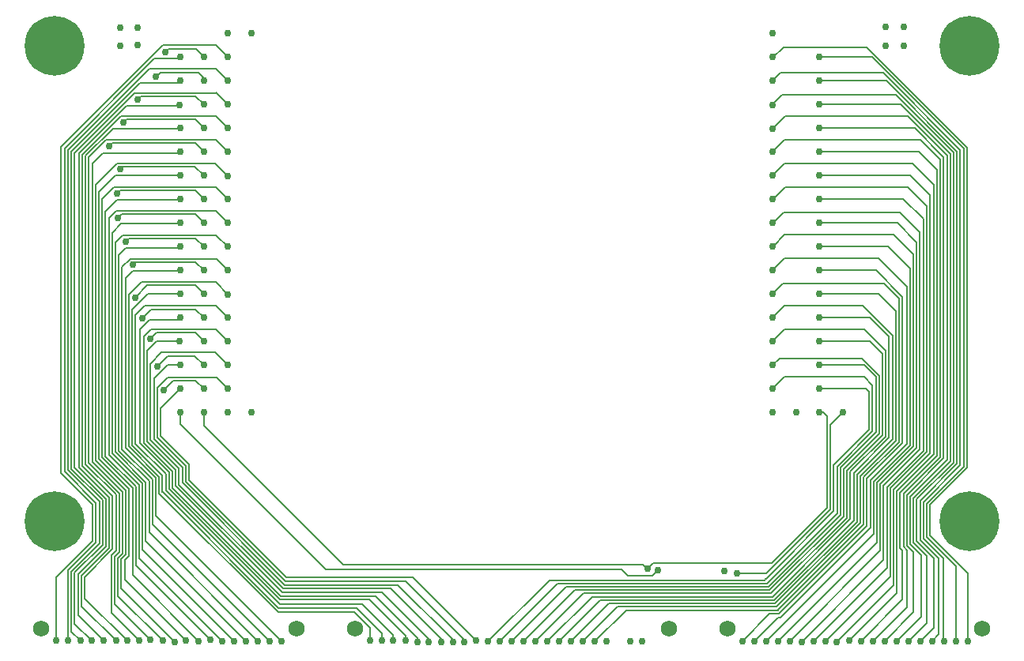
<source format=gbl>
G04 #@! TF.FileFunction,Copper,L4,Bot,Signal*
%FSLAX46Y46*%
G04 Gerber Fmt 4.6, Leading zero omitted, Abs format (unit mm)*
G04 Created by KiCad (PCBNEW 4.0.1-stable) date 2017-04-27 9:53:12 AM*
%MOMM*%
G01*
G04 APERTURE LIST*
%ADD10C,0.150000*%
%ADD11C,1.750000*%
%ADD12C,6.400000*%
%ADD13C,0.762000*%
%ADD14C,0.177800*%
G04 APERTURE END LIST*
D10*
D11*
X49619100Y-143480000D03*
X76924100Y-143480000D03*
D12*
X149000000Y-81000000D03*
X51000000Y-81000000D03*
X149000000Y-132000000D03*
X51000000Y-132000000D03*
D11*
X83172500Y-143480000D03*
X116827500Y-143480000D03*
X123075900Y-143480000D03*
X150380900Y-143480000D03*
D13*
X67023180Y-82227620D03*
X62900000Y-81650000D03*
X69588580Y-82227620D03*
X51200000Y-144800000D03*
X52500000Y-144800000D03*
X64483180Y-82227620D03*
X56300000Y-144800000D03*
X69588580Y-87307620D03*
X64450000Y-87350000D03*
X57600000Y-144800000D03*
X64483180Y-84767620D03*
X55000000Y-144800000D03*
X69588580Y-84767620D03*
X53800000Y-144800000D03*
X67023180Y-84767620D03*
X61900000Y-84300000D03*
X67023180Y-87307620D03*
X59900000Y-86750000D03*
X69588580Y-89847620D03*
X58800000Y-144800000D03*
X67023180Y-89847620D03*
X58400000Y-89250000D03*
X60100000Y-144800000D03*
X64483180Y-89847620D03*
X69600000Y-92400000D03*
X61300000Y-144700000D03*
X67023180Y-92387620D03*
X56850000Y-91800000D03*
X62600000Y-144800000D03*
X64483180Y-92387620D03*
X69600000Y-94950000D03*
X63900000Y-144900000D03*
X58050000Y-94250000D03*
X67023180Y-94927620D03*
X65100000Y-144800000D03*
X64483180Y-94927620D03*
X66446600Y-144843980D03*
X69588580Y-97467620D03*
X57750000Y-96850000D03*
X67023180Y-97467620D03*
X67700000Y-144700000D03*
X64483180Y-97467620D03*
X68986600Y-144843980D03*
X69588580Y-100007620D03*
X67023180Y-100007620D03*
X57800000Y-99450000D03*
X70256600Y-144843980D03*
X64483180Y-100007620D03*
X71526600Y-144843980D03*
X69588580Y-102547620D03*
X67023180Y-102547620D03*
X58650000Y-102000000D03*
X72796600Y-144843980D03*
X64483180Y-102547620D03*
X69588580Y-105087620D03*
X74066600Y-144843980D03*
X67023180Y-105087620D03*
X59400000Y-104500000D03*
X75336600Y-144843980D03*
X64483180Y-105087620D03*
X144983400Y-144843980D03*
X132908240Y-84754920D03*
X146253400Y-144843980D03*
X127889200Y-84765080D03*
X147523400Y-144843980D03*
X132910740Y-82214920D03*
X148793400Y-144843980D03*
X127899360Y-82204760D03*
X127891698Y-94925080D03*
X136100000Y-144800000D03*
X132910740Y-94914920D03*
X134800000Y-144900000D03*
X133553400Y-144843980D03*
X127891700Y-97465080D03*
X132283400Y-144843980D03*
X132910738Y-97454920D03*
X127891702Y-100005080D03*
X131000000Y-144900000D03*
X143713400Y-144843980D03*
X127893594Y-87339326D03*
X124663400Y-144843980D03*
X132910740Y-105074920D03*
X125933400Y-144843980D03*
X127891702Y-105085080D03*
X127203400Y-144843980D03*
X132910740Y-102534918D03*
X128473400Y-144843980D03*
X127891700Y-102545080D03*
X129743400Y-144843980D03*
X132910740Y-99994920D03*
X132910740Y-92374920D03*
X137363400Y-144843980D03*
X138633400Y-144843980D03*
X127891700Y-92385080D03*
X139903400Y-144843980D03*
X132910740Y-89834918D03*
X127893594Y-89879326D03*
X141173400Y-144843980D03*
X142443400Y-144843980D03*
X132910740Y-87294920D03*
X64483180Y-117787620D03*
X96200000Y-144800000D03*
X67023180Y-117787620D03*
X62700000Y-117950000D03*
X94900000Y-144900000D03*
X69588580Y-117787620D03*
X64500000Y-115250000D03*
X93700000Y-144900000D03*
X67023180Y-115247620D03*
X62000000Y-115400000D03*
X92400000Y-144900000D03*
X69588580Y-115247620D03*
X64450000Y-112700000D03*
X91100000Y-144900000D03*
X67023180Y-112707620D03*
X61250000Y-112450000D03*
X108890000Y-144843980D03*
X127876500Y-107620000D03*
X107620000Y-144843980D03*
X132910740Y-107614920D03*
X106350000Y-144843980D03*
X127891700Y-110165080D03*
X132910740Y-110154920D03*
X105080000Y-144843980D03*
X103810000Y-144843980D03*
X127891700Y-112705080D03*
X84800000Y-144800000D03*
X69600000Y-107650000D03*
X67023180Y-107627620D03*
X59650000Y-108000000D03*
X86100000Y-144800000D03*
X64483180Y-107627620D03*
X69588580Y-110167620D03*
X87300000Y-144800000D03*
X67023180Y-110167620D03*
X60400000Y-110200000D03*
X64483180Y-110167620D03*
X88600000Y-144800000D03*
X89900000Y-144900000D03*
X69588580Y-112707620D03*
X97460000Y-144843980D03*
X132910740Y-117774922D03*
X127891698Y-117785080D03*
X98730000Y-144843980D03*
X100000000Y-144843980D03*
X132910738Y-115234920D03*
X101270000Y-144843980D03*
X127891700Y-115245080D03*
X102540000Y-144843980D03*
X132910740Y-112694920D03*
X64483180Y-120327620D03*
X115600000Y-137200000D03*
X124100000Y-137600000D03*
X135450740Y-120314920D03*
X122760000Y-137350000D03*
X112700000Y-144843980D03*
X110160000Y-144843980D03*
X69588580Y-120327620D03*
X69588580Y-79687620D03*
X130429200Y-120325080D03*
X140000000Y-81000000D03*
X140050000Y-79000000D03*
X59931500Y-80950002D03*
X59931500Y-79045000D03*
X114500000Y-137100000D03*
X67000000Y-120300000D03*
X132910740Y-120314920D03*
X113970000Y-144843980D03*
X72123500Y-79680000D03*
X72128580Y-120327620D03*
X127891702Y-120325080D03*
X127889200Y-79685080D03*
X142000000Y-81000000D03*
X141950000Y-79000000D03*
X58026502Y-81013500D03*
X58026500Y-79045001D03*
D14*
X63200000Y-81350000D02*
X62900000Y-81650000D01*
X66145560Y-81350000D02*
X63200000Y-81350000D01*
X67023180Y-82227620D02*
X66145560Y-81350000D01*
X51232000Y-137973000D02*
X51232000Y-144768000D01*
X69588580Y-82227620D02*
X68310960Y-80950000D01*
X68310960Y-80950000D02*
X62662000Y-80950000D01*
X62662000Y-80950000D02*
X61392000Y-82220000D01*
X51232000Y-137973000D02*
X55105500Y-134099500D01*
X55105500Y-134099500D02*
X55105500Y-130162500D01*
X55105500Y-130162500D02*
X51740000Y-126797000D01*
X51740000Y-91872000D02*
X61392000Y-82220000D01*
X51740000Y-126797000D02*
X51740000Y-91872000D01*
X51232000Y-144768000D02*
X51200000Y-144800000D01*
X52476600Y-137231309D02*
X52476600Y-144776600D01*
X52095611Y-92019297D02*
X52095611Y-126649703D01*
X52095611Y-126649703D02*
X55461111Y-130015202D01*
X55461111Y-130015202D02*
X55461111Y-134246798D01*
X55461111Y-134246798D02*
X52476600Y-137231309D01*
X61044904Y-83070004D02*
X52095611Y-92019297D01*
X52476600Y-144776600D02*
X52500000Y-144800000D01*
X61714908Y-82400000D02*
X61044904Y-83070004D01*
X64310800Y-82400000D02*
X61714908Y-82400000D01*
X64483180Y-82227620D02*
X64310800Y-82400000D01*
X61044904Y-83069994D02*
X61044904Y-83070004D01*
X61044909Y-83069999D02*
X61044904Y-83070004D01*
X53543433Y-137673202D02*
X53543433Y-142043433D01*
X53162444Y-126207808D02*
X53162444Y-99896106D01*
X56527944Y-129573308D02*
X53162444Y-126207808D01*
X56527944Y-134688692D02*
X56527944Y-129573308D01*
X53543433Y-137673202D02*
X56527944Y-134688692D01*
X59602898Y-86052898D02*
X53162444Y-92493352D01*
X53162444Y-99896106D02*
X53162444Y-92493352D01*
X53543433Y-142043433D02*
X56300000Y-144800000D01*
X59602898Y-86052898D02*
X68333858Y-86052898D01*
X68330960Y-86050000D02*
X69588580Y-87307620D01*
X68333858Y-86052898D02*
X68330960Y-86050000D01*
X59602898Y-86052898D02*
X59605796Y-86050000D01*
X53899045Y-137820500D02*
X53899045Y-141099045D01*
X64350000Y-87450000D02*
X64450000Y-87350000D01*
X53644990Y-100812810D02*
X53644990Y-92513704D01*
X56883554Y-134835992D02*
X53899045Y-137820500D01*
X53644990Y-126187446D02*
X56883554Y-129426010D01*
X53644990Y-100812810D02*
X53644990Y-126187446D01*
X56883554Y-129426010D02*
X56883554Y-134835992D01*
X53644990Y-92513704D02*
X58708694Y-87450000D01*
X58708694Y-87450000D02*
X64350000Y-87450000D01*
X53899045Y-141099045D02*
X57600000Y-144800000D01*
X53187822Y-137525904D02*
X53187822Y-142987822D01*
X64483180Y-84767620D02*
X64250800Y-85000000D01*
X64250800Y-85000000D02*
X60152898Y-85000000D01*
X52806824Y-93343176D02*
X52806824Y-92346074D01*
X52806824Y-92346074D02*
X60152898Y-85000000D01*
X52806824Y-99300000D02*
X52806824Y-99374118D01*
X52806824Y-93343176D02*
X52806824Y-99300000D01*
X52806824Y-99374118D02*
X52806833Y-99374109D01*
X52806833Y-99374109D02*
X52806833Y-126355107D01*
X52806833Y-126355107D02*
X56172333Y-129720606D01*
X56172333Y-129720606D02*
X56172333Y-134541394D01*
X56172333Y-134541394D02*
X53187822Y-137525904D01*
X53187822Y-142987822D02*
X55000000Y-144800000D01*
X52832211Y-137378606D02*
X52832211Y-143832211D01*
X52451222Y-126502404D02*
X52451222Y-98148318D01*
X52832211Y-137378606D02*
X55816722Y-134394096D01*
X55816722Y-134394096D02*
X55816722Y-129867904D01*
X52451222Y-98148318D02*
X52451213Y-98148327D01*
X55816722Y-129867904D02*
X52451222Y-126502404D01*
X69588580Y-84767620D02*
X68320960Y-83500000D01*
X68320960Y-83500000D02*
X61150000Y-83500000D01*
X61150000Y-83500000D02*
X52451213Y-92198787D01*
X52451213Y-92198787D02*
X52451213Y-98148318D01*
X52451213Y-98148327D02*
X52451213Y-98148318D01*
X52832211Y-143832211D02*
X53800000Y-144800000D01*
X67023180Y-84767620D02*
X67023180Y-84473180D01*
X62344398Y-83855602D02*
X61900000Y-84300000D01*
X66405602Y-83855602D02*
X62344398Y-83855602D01*
X67023180Y-84473180D02*
X66405602Y-83855602D01*
X67023180Y-87307620D02*
X66124060Y-86408500D01*
X66124060Y-86408500D02*
X60241500Y-86408500D01*
X60241500Y-86408500D02*
X59900000Y-86750000D01*
X54254655Y-137967798D02*
X54254655Y-140254655D01*
X69588580Y-89847620D02*
X68290960Y-88550000D01*
X68290960Y-88550000D02*
X58111592Y-88550000D01*
X58111592Y-88550000D02*
X54000600Y-92660992D01*
X54000600Y-92660992D02*
X54000600Y-102819402D01*
X54000600Y-126040146D02*
X54000600Y-102819402D01*
X57239166Y-134983288D02*
X57239166Y-129278712D01*
X57239166Y-129278712D02*
X54000600Y-126040146D01*
X54254655Y-137967798D02*
X57239166Y-134983288D01*
X54254655Y-140254655D02*
X58800000Y-144800000D01*
X58744398Y-88905602D02*
X58400000Y-89250000D01*
X66081162Y-88905602D02*
X58744398Y-88905602D01*
X66081162Y-88905602D02*
X67023180Y-89847620D01*
X57086777Y-135638586D02*
X57086777Y-141786777D01*
X54356211Y-103289289D02*
X54356211Y-125892848D01*
X57594777Y-129131414D02*
X54356211Y-125892848D01*
X57594777Y-135130586D02*
X57594777Y-129131414D01*
X57086777Y-135638586D02*
X57594777Y-135130586D01*
X57086777Y-141786777D02*
X60100000Y-144800000D01*
X54356202Y-103289289D02*
X54356211Y-103289289D01*
X54356202Y-92808288D02*
X54356202Y-103289289D01*
X57264490Y-89900000D02*
X54356202Y-92808288D01*
X64430800Y-89900000D02*
X57264490Y-89900000D01*
X64483180Y-89847620D02*
X64430800Y-89900000D01*
X54356211Y-103289289D02*
X54356211Y-103289289D01*
X57442388Y-135785884D02*
X57442388Y-140842388D01*
X54711822Y-92955566D02*
X56567388Y-91100000D01*
X56567388Y-91100000D02*
X68300000Y-91100000D01*
X68300000Y-91100000D02*
X69600000Y-92400000D01*
X57442388Y-135785884D02*
X57950388Y-135277884D01*
X57950388Y-135277884D02*
X57950388Y-128984116D01*
X54711822Y-125745550D02*
X54711822Y-104109369D01*
X57950388Y-128984116D02*
X54711822Y-125745550D01*
X54711822Y-104109369D02*
X54711822Y-92955566D01*
X57442388Y-140842388D02*
X61300000Y-144700000D01*
X57194398Y-91455602D02*
X56850000Y-91800000D01*
X66091162Y-91455602D02*
X57194398Y-91455602D01*
X66091162Y-91455602D02*
X67023180Y-92387620D01*
X57797999Y-135933182D02*
X57797999Y-139997999D01*
X55067433Y-104733509D02*
X55067433Y-125598252D01*
X58305999Y-128836818D02*
X55067433Y-125598252D01*
X58305999Y-135425182D02*
X58305999Y-128836818D01*
X57797999Y-135933182D02*
X58305999Y-135425182D01*
X57797999Y-139997999D02*
X62600000Y-144800000D01*
X55067433Y-104733509D02*
X55067424Y-104733509D01*
X55067424Y-93650000D02*
X55067424Y-104733509D01*
X56217424Y-92500000D02*
X55067424Y-93650000D01*
X64370800Y-92500000D02*
X56217424Y-92500000D01*
X64370800Y-92500000D02*
X64483180Y-92387620D01*
X55067433Y-104733509D02*
X55067433Y-104733509D01*
X58153610Y-136080480D02*
X58153610Y-139153610D01*
X55423044Y-95876946D02*
X57699990Y-93600000D01*
X57699990Y-93600000D02*
X68250000Y-93600000D01*
X68250000Y-93600000D02*
X69600000Y-94950000D01*
X55423044Y-105336496D02*
X55423044Y-125450954D01*
X55423044Y-125450954D02*
X58661610Y-128689520D01*
X58661610Y-128689520D02*
X58661610Y-135572480D01*
X58661610Y-135572480D02*
X58153610Y-136080480D01*
X55423044Y-105336496D02*
X55423044Y-95876946D01*
X58153610Y-139153610D02*
X63900000Y-144900000D01*
X66051162Y-93955602D02*
X67023180Y-94927620D01*
X66051162Y-93955602D02*
X58344398Y-93955602D01*
X58344398Y-93955602D02*
X58050000Y-94250000D01*
X58572721Y-136164278D02*
X58572721Y-138272721D01*
X59017221Y-128542222D02*
X55778655Y-125303656D01*
X55778655Y-105815896D02*
X55778655Y-125303656D01*
X58572721Y-136164278D02*
X59017221Y-135719778D01*
X59017221Y-135719778D02*
X59017221Y-128542222D01*
X58572721Y-138272721D02*
X65100000Y-144800000D01*
X55778655Y-105815896D02*
X55778646Y-105815896D01*
X55778646Y-96700000D02*
X55778646Y-105815896D01*
X57578646Y-94900000D02*
X55778646Y-96700000D01*
X64455560Y-94900000D02*
X57578646Y-94900000D01*
X64455560Y-94900000D02*
X64483180Y-94927620D01*
X55778655Y-105815896D02*
X55778655Y-105815896D01*
X59372832Y-137770212D02*
X59372832Y-128394933D01*
X66446600Y-144843980D02*
X59372832Y-137770212D01*
X59372841Y-128394924D02*
X59372841Y-128394933D01*
X59372832Y-128394933D02*
X59372841Y-128394924D01*
X56134266Y-107165274D02*
X56134257Y-107165274D01*
X56134257Y-97415743D02*
X56134257Y-107165274D01*
X57400000Y-96150000D02*
X56134257Y-97415743D01*
X68270960Y-96150000D02*
X57400000Y-96150000D01*
X68270960Y-96150000D02*
X69588580Y-97467620D01*
X56134266Y-107165274D02*
X56134266Y-107165274D01*
X56134266Y-107165274D02*
X56134266Y-125156358D01*
X56134266Y-125156358D02*
X59372841Y-128394933D01*
X59372841Y-128394933D02*
X59372832Y-128394924D01*
X66061162Y-96505602D02*
X67023180Y-97467620D01*
X66061162Y-96505602D02*
X58094398Y-96505602D01*
X58094398Y-96505602D02*
X57750000Y-96850000D01*
X59728443Y-136728443D02*
X59728443Y-128247635D01*
X59728443Y-136728443D02*
X59900000Y-136900000D01*
X59900000Y-136900000D02*
X67700000Y-144700000D01*
X59728452Y-128247626D02*
X59728452Y-128247635D01*
X59728443Y-128247635D02*
X59728452Y-128247626D01*
X56489877Y-108400000D02*
X56489877Y-98800000D01*
X56489859Y-98799991D02*
X56489859Y-98800000D01*
X56489868Y-98799991D02*
X56489859Y-98799991D01*
X56489877Y-98800000D02*
X56489868Y-98799991D01*
X64400800Y-97550000D02*
X64483180Y-97467620D01*
X57739859Y-97550000D02*
X56489859Y-98800000D01*
X64400800Y-97550000D02*
X57739859Y-97550000D01*
X56489859Y-98800000D02*
X56489859Y-98800000D01*
X56489877Y-125009060D02*
X56489877Y-108400000D01*
X59728452Y-128247635D02*
X56489877Y-125009060D01*
X56489877Y-108400000D02*
X56489877Y-108391065D01*
X59728443Y-128247626D02*
X59728452Y-128247635D01*
X60084054Y-135941434D02*
X60084054Y-128100329D01*
X68986600Y-144843980D02*
X60084054Y-135941434D01*
X60084060Y-128100323D02*
X60084060Y-128100334D01*
X60084054Y-128100329D02*
X60084060Y-128100323D01*
X56845488Y-108994052D02*
X56845479Y-108994052D01*
X56845479Y-99454521D02*
X56845479Y-108994052D01*
X57600000Y-98700000D02*
X56845479Y-99454521D01*
X68280960Y-98700000D02*
X57600000Y-98700000D01*
X68280960Y-98700000D02*
X69588580Y-100007620D01*
X56845488Y-108994052D02*
X56845488Y-108994052D01*
X56845488Y-108994052D02*
X56845488Y-124861762D01*
X56845488Y-124861762D02*
X60084060Y-128100334D01*
X60084060Y-128100334D02*
X60084054Y-128100328D01*
X58194398Y-99055602D02*
X57800000Y-99450000D01*
X66071162Y-99055602D02*
X58194398Y-99055602D01*
X66071162Y-99055602D02*
X67023180Y-100007620D01*
X60439665Y-127953030D02*
X60439665Y-135027036D01*
X57201099Y-110219843D02*
X57201099Y-124714464D01*
X60439665Y-127953030D02*
X57201099Y-124714464D01*
X60439656Y-135027041D02*
X60439656Y-135027036D01*
X60439660Y-135027041D02*
X60439656Y-135027041D01*
X60439665Y-135027036D02*
X60439660Y-135027041D01*
X60439656Y-135027036D02*
X70256600Y-144843980D01*
X60439656Y-135027036D02*
X60439656Y-135027036D01*
X57201099Y-110219843D02*
X57201090Y-110219843D01*
X57201090Y-101049991D02*
X57201090Y-110219843D01*
X58151081Y-100100000D02*
X57201090Y-101049991D01*
X64390800Y-100100000D02*
X58151081Y-100100000D01*
X64390800Y-100100000D02*
X64483180Y-100007620D01*
X57201099Y-110219843D02*
X57201099Y-110219843D01*
X60795276Y-134100000D02*
X60800000Y-134100000D01*
X60795276Y-134104724D02*
X60800000Y-134100000D01*
X60795276Y-134112656D02*
X60795276Y-134104724D01*
X60795276Y-134112656D02*
X71526600Y-144843980D01*
X60795276Y-127805732D02*
X60795276Y-134100000D01*
X57556710Y-124567166D02*
X60795276Y-127805732D01*
X57556710Y-110822830D02*
X57556710Y-124567166D01*
X57556710Y-102093290D02*
X57556710Y-110822830D01*
X58350000Y-101300000D02*
X57556710Y-102093290D01*
X68340960Y-101300000D02*
X58350000Y-101300000D01*
X68340960Y-101300000D02*
X69588580Y-102547620D01*
X58650000Y-102000000D02*
X58994398Y-101655602D01*
X66131162Y-101655602D02*
X58994398Y-101655602D01*
X66131162Y-101655602D02*
X67023180Y-102547620D01*
X61150887Y-133200000D02*
X61152620Y-133200000D01*
X61152620Y-133200000D02*
X72796600Y-144843980D01*
X57912321Y-111350000D02*
X57912312Y-111350000D01*
X57912312Y-103450000D02*
X57912312Y-111350000D01*
X58662312Y-102700000D02*
X57912312Y-103450000D01*
X64330800Y-102700000D02*
X58662312Y-102700000D01*
X64330800Y-102700000D02*
X64483180Y-102547620D01*
X57912321Y-124419868D02*
X57912321Y-111350000D01*
X57912321Y-111350000D02*
X57912321Y-111252141D01*
X61150887Y-127658434D02*
X57912321Y-124419868D01*
X61150887Y-133200000D02*
X61150887Y-127658434D01*
X61506498Y-127511136D02*
X61506498Y-132283878D01*
X69588580Y-105087620D02*
X68350000Y-103849040D01*
X68350000Y-103849040D02*
X59118874Y-103849040D01*
X59118874Y-103849040D02*
X58267932Y-104699982D01*
X58267932Y-104699982D02*
X58267932Y-111399438D01*
X58267932Y-111399438D02*
X58267932Y-124272570D01*
X58267932Y-124272570D02*
X61506498Y-127511136D01*
X61522620Y-132300000D02*
X74066600Y-144843980D01*
X61506498Y-132283878D02*
X61522620Y-132300000D01*
X59695358Y-104204642D02*
X59400000Y-104500000D01*
X66140202Y-104204642D02*
X59695358Y-104204642D01*
X66140202Y-104204642D02*
X67023180Y-105087620D01*
X61862109Y-131369489D02*
X61862109Y-127363838D01*
X61862109Y-127363838D02*
X58623543Y-124125272D01*
X58623543Y-111600000D02*
X58623543Y-124125272D01*
X61862109Y-131369489D02*
X75336600Y-144843980D01*
X58623543Y-111600000D02*
X58623534Y-111600000D01*
X58623534Y-105900000D02*
X58623534Y-111600000D01*
X59373534Y-105150000D02*
X58623534Y-105900000D01*
X64420800Y-105150000D02*
X59373534Y-105150000D01*
X64420800Y-105150000D02*
X64483180Y-105087620D01*
X58623543Y-111600000D02*
X58623543Y-111546735D01*
X145709049Y-135990976D02*
X145709049Y-135990965D01*
X145709043Y-135990971D02*
X145709049Y-135990965D01*
X145709043Y-144118337D02*
X145709043Y-135990971D01*
X145709043Y-144118337D02*
X144983400Y-144843980D01*
X132908240Y-84754920D02*
X132913320Y-84760000D01*
X132913320Y-84760000D02*
X140083776Y-84760000D01*
X140083776Y-84760000D02*
X147650466Y-92326690D01*
X147650466Y-92326690D02*
X147650466Y-125834307D01*
X147650466Y-125834307D02*
X143700667Y-129784106D01*
X143700667Y-129784106D02*
X143700667Y-133982594D01*
X143700667Y-133982594D02*
X145709049Y-135990976D01*
X146160491Y-135939509D02*
X146160491Y-144751071D01*
X146160491Y-144751071D02*
X146253400Y-144843980D01*
X148006077Y-92179393D02*
X139736685Y-83910001D01*
X144056278Y-129931404D02*
X148006077Y-125981605D01*
X144056278Y-133835296D02*
X144056278Y-129931404D01*
X146160491Y-135939509D02*
X144056278Y-133835296D01*
X148006077Y-125981605D02*
X148006077Y-92179393D01*
X139736685Y-83910001D02*
X128749359Y-83910001D01*
X128749359Y-83910001D02*
X127889200Y-84770160D01*
X147561946Y-136838055D02*
X147561946Y-144805434D01*
X147561946Y-144805434D02*
X147523400Y-144843980D01*
X147561946Y-136838055D02*
X144411889Y-133687998D01*
X144411889Y-133687998D02*
X144411889Y-130078702D01*
X138549592Y-82220000D02*
X132953960Y-82220000D01*
X144411889Y-130078702D02*
X148361688Y-126128903D01*
X148361688Y-126128903D02*
X148361688Y-92032096D01*
X148361688Y-92032096D02*
X138549592Y-82220000D01*
X132953960Y-82220000D02*
X132943800Y-82230160D01*
X137973000Y-81140500D02*
X129055060Y-81140500D01*
X127899360Y-82296200D02*
X129055060Y-81140500D01*
X148768000Y-91935500D02*
X137973000Y-81140500D01*
X148768000Y-126225500D02*
X148768000Y-91935500D01*
X144767500Y-133540700D02*
X144767500Y-130226000D01*
X148793400Y-137566600D02*
X144767500Y-133540700D01*
X144767500Y-130226000D02*
X148768000Y-126225500D01*
X148793400Y-137566600D02*
X148793400Y-144843980D01*
X141211390Y-128753020D02*
X141211390Y-139688610D01*
X127899360Y-94930160D02*
X127889200Y-94940320D01*
X129169360Y-93660160D02*
X127889200Y-94940320D01*
X142885360Y-93660160D02*
X129169360Y-93660160D01*
X145161189Y-95935989D02*
X142885360Y-93660160D01*
X145161189Y-124803221D02*
X145161189Y-95935989D01*
X141211390Y-128753020D02*
X145161189Y-124803221D01*
X141211390Y-139688610D02*
X136100000Y-144800000D01*
X140855779Y-128605722D02*
X140855779Y-138844221D01*
X132923480Y-94894600D02*
X132948880Y-94920000D01*
X144754888Y-97053688D02*
X142621200Y-94920000D01*
X144754888Y-124706613D02*
X144754888Y-97053688D01*
X142621200Y-94920000D02*
X132948880Y-94920000D01*
X140855779Y-128605722D02*
X144754888Y-124706613D01*
X140855779Y-138844221D02*
X134800000Y-144900000D01*
X140500159Y-128458433D02*
X140500159Y-128458424D01*
X140500159Y-137897221D02*
X140500159Y-128458424D01*
X140500159Y-137897221D02*
X133553400Y-144843980D01*
X144399277Y-124559315D02*
X144399277Y-98222077D01*
X142367200Y-96190000D02*
X129225240Y-96190000D01*
X129225240Y-96190000D02*
X127914600Y-97500640D01*
X140500168Y-128458424D02*
X140500159Y-128458433D01*
X140500159Y-128458433D02*
X144399277Y-124559315D01*
X144399277Y-98222077D02*
X142367200Y-96190000D01*
X132893000Y-97460000D02*
X141910000Y-97460000D01*
X144043666Y-99593666D02*
X141910000Y-97460000D01*
X144043666Y-124412017D02*
X144043666Y-99593666D01*
X140144557Y-128311126D02*
X144043666Y-124412017D01*
X140144557Y-136982823D02*
X140144557Y-128311126D01*
X140144557Y-136982823D02*
X132283400Y-144843980D01*
X139788946Y-128163828D02*
X139788946Y-136111054D01*
X129072840Y-98857000D02*
X127899360Y-100030480D01*
X143688055Y-101016055D02*
X141529000Y-98857000D01*
X143688055Y-124264719D02*
X143688055Y-101016055D01*
X127899360Y-100040640D02*
X127899360Y-100030480D01*
X139788946Y-128163828D02*
X143688055Y-124264719D01*
X141529000Y-98857000D02*
X129072840Y-98857000D01*
X139788946Y-136111054D02*
X131000000Y-144900000D01*
X145157582Y-135942418D02*
X145157582Y-143399798D01*
X145157582Y-143399798D02*
X143713400Y-144843980D01*
X127899360Y-87320320D02*
X128935680Y-86284000D01*
X128935680Y-86284000D02*
X141104868Y-86284000D01*
X141104868Y-86284000D02*
X147294855Y-92473987D01*
X147294855Y-92473987D02*
X147294855Y-125687009D01*
X147294855Y-125687009D02*
X143345056Y-129636808D01*
X143345056Y-129636808D02*
X143345056Y-134129892D01*
X143345056Y-134129892D02*
X145157582Y-135942418D01*
X132893000Y-105080000D02*
X138958509Y-105080000D01*
X141808499Y-107929990D02*
X138958509Y-105080000D01*
X141808499Y-123629730D02*
X141808499Y-107929990D01*
X138010891Y-127427338D02*
X141808499Y-123629730D01*
X138010891Y-132496489D02*
X138010891Y-127427338D01*
X128607380Y-141900000D02*
X138010891Y-132496489D01*
X127607380Y-141900000D02*
X128607380Y-141900000D01*
X127607380Y-141900000D02*
X124663400Y-144843980D01*
X127879040Y-105080000D02*
X127889200Y-105080000D01*
X129159200Y-103810000D02*
X127889200Y-105080000D01*
X139217600Y-103810000D02*
X129159200Y-103810000D01*
X142265611Y-106858011D02*
X139217600Y-103810000D01*
X138366502Y-127574636D02*
X142265611Y-123675527D01*
X142265611Y-123675527D02*
X142265611Y-106858011D01*
X138366502Y-132669198D02*
X138366502Y-127574636D01*
X128735700Y-142300000D02*
X138366502Y-132669198D01*
X128477380Y-142300000D02*
X128735700Y-142300000D01*
X128477380Y-142300000D02*
X125933400Y-144843980D01*
X138722113Y-133300000D02*
X138722122Y-133300000D01*
X138722122Y-133325258D02*
X138722122Y-133300000D01*
X138722122Y-133325258D02*
X127203400Y-144843980D01*
X138722113Y-133300000D02*
X138722113Y-127721934D01*
X138722113Y-127721934D02*
X142621222Y-123822825D01*
X142621222Y-123822825D02*
X142621222Y-104876822D01*
X132893002Y-102539998D02*
X132893000Y-102540000D01*
X142621222Y-104876822D02*
X140284398Y-102539998D01*
X140284398Y-102539998D02*
X132893002Y-102539998D01*
X139077724Y-134239656D02*
X139077724Y-127869241D01*
X128473400Y-144843980D02*
X139077724Y-134239656D01*
X139077715Y-127869232D02*
X139077715Y-127869241D01*
X139077724Y-127869241D02*
X139077715Y-127869232D01*
X127960320Y-102484120D02*
X127914600Y-102529840D01*
X139077724Y-127869232D02*
X139077715Y-127869241D01*
X139077715Y-127869241D02*
X142976833Y-123970123D01*
X142976833Y-123970123D02*
X142976833Y-103403633D01*
X142976833Y-103403633D02*
X140843200Y-101270000D01*
X140843200Y-101270000D02*
X129174440Y-101270000D01*
X129174440Y-101270000D02*
X127960320Y-102484120D01*
X139433326Y-128016539D02*
X139433326Y-128016530D01*
X139433326Y-135154054D02*
X139433326Y-128016530D01*
X139433326Y-135154054D02*
X129743400Y-144843980D01*
X139433335Y-128016530D02*
X139433326Y-128016539D01*
X139433326Y-128016539D02*
X143332444Y-124117421D01*
X143332444Y-124117421D02*
X143332444Y-102082844D01*
X143332444Y-102082844D02*
X141249600Y-100000000D01*
X141249600Y-100000000D02*
X132956500Y-100000000D01*
X141821001Y-135120382D02*
X141821001Y-140386379D01*
X143586400Y-92380000D02*
X132948880Y-92380000D01*
X145516800Y-124950519D02*
X145516800Y-94310400D01*
X141567001Y-128900318D02*
X145516800Y-124950519D01*
X141567001Y-134866382D02*
X141567001Y-128900318D01*
X141821001Y-135120382D02*
X141567001Y-134866382D01*
X132923480Y-92354600D02*
X132948880Y-92380000D01*
X145516800Y-94310400D02*
X143586400Y-92380000D01*
X141821001Y-140386379D02*
X137363400Y-144843980D01*
X142288690Y-141188690D02*
X142288690Y-135085171D01*
X138633400Y-144843980D02*
X142288690Y-141188690D01*
X141922603Y-134719084D02*
X141922612Y-134719084D01*
X142288690Y-135085171D02*
X141922603Y-134719084D01*
X127934920Y-92344440D02*
X127889200Y-92390160D01*
X129169360Y-91110000D02*
X127934920Y-92344440D01*
X143738800Y-91110000D02*
X129169360Y-91110000D01*
X145872411Y-93243611D02*
X143738800Y-91110000D01*
X141922612Y-129047616D02*
X145872411Y-125097817D01*
X145872411Y-125097817D02*
X145872411Y-93243611D01*
X141922612Y-134719084D02*
X141922612Y-134719084D01*
X141922612Y-134719084D02*
X141922612Y-129047616D01*
X143003219Y-135296782D02*
X143003219Y-141744161D01*
X143000000Y-141700000D02*
X143000000Y-141747380D01*
X143000000Y-141740942D02*
X143000000Y-141700000D01*
X143003219Y-141744161D02*
X143000000Y-141740942D01*
X143000000Y-141747380D02*
X139903400Y-144843980D01*
X146228022Y-92915878D02*
X143152142Y-89839998D01*
X143152142Y-89839998D02*
X132918402Y-89839998D01*
X143003219Y-135296782D02*
X142278223Y-134571786D01*
X142278223Y-134571786D02*
X142278223Y-129194914D01*
X142278223Y-129194914D02*
X146228022Y-125245115D01*
X146228022Y-125245115D02*
X146228022Y-92915878D01*
X132918402Y-89839998D02*
X132908240Y-89850160D01*
X143804673Y-142212707D02*
X143804673Y-135595327D01*
X141173400Y-144843980D02*
X143800000Y-142217380D01*
X129230320Y-88570000D02*
X127924760Y-89875560D01*
X129230320Y-88570000D02*
X142385052Y-88570000D01*
X142385052Y-88570000D02*
X146583633Y-92768581D01*
X146583633Y-125392413D02*
X142633834Y-129342212D01*
X146583633Y-92768581D02*
X146583633Y-125392413D01*
X142633834Y-129342212D02*
X142633834Y-134424488D01*
X142633834Y-134424488D02*
X143804673Y-135595327D01*
X143804673Y-142212707D02*
X143800000Y-142217380D01*
X144406128Y-135693873D02*
X144406128Y-142881252D01*
X144406128Y-142881252D02*
X142443400Y-144843980D01*
X132923480Y-87274600D02*
X132948880Y-87300000D01*
X132948880Y-87300000D02*
X141617960Y-87300000D01*
X141617960Y-87300000D02*
X146939244Y-92621284D01*
X146939244Y-92621284D02*
X146939244Y-125539711D01*
X146939244Y-125539711D02*
X142989445Y-129489510D01*
X142989445Y-129489510D02*
X142989445Y-134277190D01*
X142989445Y-134277190D02*
X144406128Y-135693873D01*
X89087700Y-138000000D02*
X89400000Y-138000000D01*
X64483180Y-117787620D02*
X62408000Y-119862800D01*
X62408000Y-119862800D02*
X62408000Y-122880639D01*
X65418219Y-125890858D02*
X62408000Y-122880639D01*
X89087700Y-138000000D02*
X75857000Y-138000000D01*
X75857000Y-138000000D02*
X65418219Y-127561219D01*
X65418219Y-127561219D02*
X65418219Y-125890858D01*
X89400000Y-138000000D02*
X96200000Y-144800000D01*
X63744398Y-116905602D02*
X62700000Y-117950000D01*
X66141162Y-116905602D02*
X63744398Y-116905602D01*
X66141162Y-116905602D02*
X67023180Y-117787620D01*
X88200000Y-138400000D02*
X88600000Y-138400000D01*
X94900000Y-144700000D02*
X94900000Y-144900000D01*
X88600000Y-138400000D02*
X94900000Y-144700000D01*
X62014599Y-122990147D02*
X62014599Y-122990156D01*
X62014599Y-117650000D02*
X62014599Y-122990156D01*
X63114599Y-116550000D02*
X62014599Y-117650000D01*
X68350960Y-116550000D02*
X63114599Y-116550000D01*
X68350960Y-116550000D02*
X69588580Y-117787620D01*
X62014608Y-122990156D02*
X62014599Y-122990147D01*
X62014599Y-122990147D02*
X65062608Y-126038156D01*
X65062608Y-126038156D02*
X65062608Y-127708517D01*
X65062608Y-127708517D02*
X75754091Y-138400000D01*
X75754091Y-138400000D02*
X88200000Y-138400000D01*
X88200000Y-138400000D02*
X88217700Y-138400000D01*
X87347700Y-138800000D02*
X87800000Y-138800000D01*
X61658997Y-116691003D02*
X63100000Y-115250000D01*
X63100000Y-115250000D02*
X64500000Y-115250000D01*
X61658997Y-123137455D02*
X64706997Y-126185454D01*
X64706997Y-127855815D02*
X75651182Y-138800000D01*
X64706997Y-126185454D02*
X64706997Y-127855815D01*
X75651182Y-138800000D02*
X87347700Y-138800000D01*
X61658997Y-123137455D02*
X61658997Y-116691003D01*
X93700000Y-144700000D02*
X93700000Y-144900000D01*
X87800000Y-138800000D02*
X93700000Y-144700000D01*
X63144398Y-114255602D02*
X62000000Y-115400000D01*
X66031162Y-114255602D02*
X63144398Y-114255602D01*
X66031162Y-114255602D02*
X67023180Y-115247620D01*
X86477700Y-139200000D02*
X87000000Y-139200000D01*
X75500000Y-139200000D02*
X64351386Y-128051386D01*
X64351386Y-128051386D02*
X64351386Y-126332752D01*
X75500000Y-139200000D02*
X86477700Y-139200000D01*
X61303377Y-123284743D02*
X64351386Y-126332752D01*
X92400000Y-144600000D02*
X92400000Y-144900000D01*
X87000000Y-139200000D02*
X92400000Y-144600000D01*
X61303377Y-123284743D02*
X61303377Y-123284752D01*
X61303377Y-115100000D02*
X61303377Y-123284752D01*
X62503377Y-113900000D02*
X61303377Y-115100000D01*
X68240960Y-113900000D02*
X62503377Y-113900000D01*
X68240960Y-113900000D02*
X69588580Y-115247620D01*
X61303377Y-123284743D02*
X61303386Y-123284752D01*
X85900000Y-139600000D02*
X86100000Y-139600000D01*
X60947775Y-123432051D02*
X60947775Y-113702225D01*
X60947775Y-123432051D02*
X63995775Y-126480050D01*
X63995775Y-126480050D02*
X63995775Y-128200000D01*
X63997102Y-128200000D02*
X75397102Y-139600000D01*
X63995775Y-128200000D02*
X63997102Y-128200000D01*
X61950000Y-112700000D02*
X64450000Y-112700000D01*
X60947775Y-113702225D02*
X61950000Y-112700000D01*
X85900000Y-139600000D02*
X75397102Y-139600000D01*
X91100000Y-144600000D02*
X91100000Y-144900000D01*
X86100000Y-139600000D02*
X91100000Y-144600000D01*
X61944398Y-111755602D02*
X61250000Y-112450000D01*
X66071162Y-111755602D02*
X61944398Y-111755602D01*
X66071162Y-111755602D02*
X67023180Y-112707620D01*
X128488378Y-141506303D02*
X128488378Y-141516105D01*
X128483477Y-141511204D02*
X128488378Y-141516105D01*
X112222776Y-141511204D02*
X128483477Y-141511204D01*
X112222776Y-141511204D02*
X108890000Y-144843980D01*
X127807920Y-107609840D02*
X127886660Y-107609840D01*
X129019500Y-106477000D02*
X127886660Y-107609840D01*
X139852600Y-106477000D02*
X129019500Y-106477000D01*
X141452888Y-108077288D02*
X139852600Y-106477000D01*
X141452888Y-123482432D02*
X141452888Y-108077288D01*
X137655280Y-127280040D02*
X141452888Y-123482432D01*
X137655280Y-132339401D02*
X137655280Y-127280040D01*
X128488378Y-141506303D02*
X137655280Y-132339401D01*
X137299669Y-132192103D02*
X137299678Y-132192103D01*
X128336179Y-141155602D02*
X137299678Y-132192103D01*
X111308378Y-141155602D02*
X128336179Y-141155602D01*
X111308378Y-141155602D02*
X107620000Y-144843980D01*
X132893000Y-107620000D02*
X139217600Y-107620000D01*
X141097277Y-123335134D02*
X141097277Y-109499677D01*
X137299669Y-127132742D02*
X141097277Y-123335134D01*
X137299669Y-132192103D02*
X137299669Y-132192103D01*
X137299669Y-132192103D02*
X137299669Y-127132742D01*
X141097277Y-109499677D02*
X139217600Y-107620000D01*
X136944058Y-132044805D02*
X136944067Y-132044805D01*
X128188872Y-140800000D02*
X136944067Y-132044805D01*
X110393980Y-140800000D02*
X128188872Y-140800000D01*
X110393980Y-140800000D02*
X106350000Y-144843980D01*
X129083000Y-108953500D02*
X127876500Y-110160000D01*
X136944058Y-132044805D02*
X136944058Y-132044805D01*
X136944058Y-132044805D02*
X136944058Y-126985444D01*
X136944058Y-126985444D02*
X140741666Y-123187836D01*
X140741666Y-123187836D02*
X140741666Y-112044757D01*
X140741666Y-112044757D02*
X137586909Y-108890000D01*
X137586909Y-108890000D02*
X129083000Y-108890000D01*
X129083000Y-108890000D02*
X129083000Y-108953500D01*
X128000000Y-140433612D02*
X128052342Y-140433612D01*
X140386055Y-123040538D02*
X140386055Y-112192055D01*
X140386055Y-112192055D02*
X138354000Y-110160000D01*
X136588447Y-126838146D02*
X140386055Y-123040538D01*
X138354000Y-110160000D02*
X132893000Y-110160000D01*
X136588447Y-131897507D02*
X136588447Y-126838146D01*
X128052342Y-140433612D02*
X136588447Y-131897507D01*
X109490368Y-140433612D02*
X128000000Y-140433612D01*
X128000000Y-140433612D02*
X128052331Y-140433612D01*
X109490368Y-140433612D02*
X105080000Y-144843980D01*
X137726609Y-111366500D02*
X129210000Y-111366500D01*
X127876500Y-112700000D02*
X129210000Y-111366500D01*
X140030444Y-122893240D02*
X140030444Y-113670335D01*
X140030444Y-113670335D02*
X137726609Y-111366500D01*
X136232836Y-126690848D02*
X140030444Y-122893240D01*
X136232836Y-131750209D02*
X136232836Y-126690848D01*
X127905035Y-140078010D02*
X136232836Y-131750209D01*
X108575970Y-140078010D02*
X127905035Y-140078010D01*
X108575970Y-140078010D02*
X103810000Y-144843980D01*
X74961051Y-141738949D02*
X83138949Y-141738949D01*
X84800000Y-143400000D02*
X84800000Y-144800000D01*
X83138949Y-141738949D02*
X84800000Y-143400000D01*
X58979154Y-111700000D02*
X58979154Y-107720846D01*
X68300000Y-106350000D02*
X69600000Y-107650000D01*
X60350000Y-106350000D02*
X68300000Y-106350000D01*
X58979154Y-107720846D02*
X60350000Y-106350000D01*
X62217720Y-129000000D02*
X62222102Y-129000000D01*
X62222102Y-129000000D02*
X74961051Y-141738949D01*
X62217720Y-127216540D02*
X62217720Y-129000000D01*
X58979154Y-123977974D02*
X62217720Y-127216540D01*
X58979154Y-111694032D02*
X58979154Y-111700000D01*
X58979154Y-111700000D02*
X58979154Y-123977974D01*
X60944398Y-106705602D02*
X59650000Y-108000000D01*
X66101162Y-106705602D02*
X60944398Y-106705602D01*
X66101162Y-106705602D02*
X67023180Y-107627620D01*
X83300000Y-141300000D02*
X83400000Y-141300000D01*
X62573331Y-127069242D02*
X62573331Y-128848331D01*
X59334765Y-123830676D02*
X62573331Y-127069242D01*
X59334765Y-111841329D02*
X59334765Y-123830676D01*
X62600000Y-128875000D02*
X75025000Y-141300000D01*
X75025000Y-141300000D02*
X83300000Y-141300000D01*
X62573331Y-128848331D02*
X62600000Y-128875000D01*
X86100000Y-144000000D02*
X86100000Y-144800000D01*
X83400000Y-141300000D02*
X86100000Y-144000000D01*
X59334765Y-111841329D02*
X59334756Y-111841329D01*
X59334756Y-109315244D02*
X59334756Y-111841329D01*
X61050000Y-107600000D02*
X59334756Y-109315244D01*
X64455560Y-107600000D02*
X61050000Y-107600000D01*
X64455560Y-107600000D02*
X64483180Y-107627620D01*
X59334765Y-111841329D02*
X59334765Y-111841329D01*
X83800000Y-140900000D02*
X84000000Y-140900000D01*
X62928942Y-126921944D02*
X59700000Y-123693002D01*
X62928942Y-128700000D02*
X62928942Y-126921944D01*
X62944204Y-128700000D02*
X75144204Y-140900000D01*
X75144204Y-140900000D02*
X83800000Y-140900000D01*
X62928942Y-128700000D02*
X62944204Y-128700000D01*
X60700000Y-108900000D02*
X59700000Y-109900000D01*
X68320960Y-108900000D02*
X60700000Y-108900000D01*
X69588580Y-110167620D02*
X68320960Y-108900000D01*
X59700000Y-109900000D02*
X59700000Y-123693002D01*
X87300000Y-144200000D02*
X87300000Y-144800000D01*
X84000000Y-140900000D02*
X87300000Y-144200000D01*
X61344398Y-109255602D02*
X60400000Y-110200000D01*
X66111162Y-109255602D02*
X61344398Y-109255602D01*
X66111162Y-109255602D02*
X67023180Y-110167620D01*
X84500000Y-140400000D02*
X84700000Y-140400000D01*
X61150000Y-110400000D02*
X60150000Y-111400000D01*
X64250800Y-110400000D02*
X61150000Y-110400000D01*
X64483180Y-110167620D02*
X64250800Y-110400000D01*
X63284553Y-128537451D02*
X75147102Y-140400000D01*
X75147102Y-140400000D02*
X84500000Y-140400000D01*
X60150000Y-123640094D02*
X63284553Y-126774646D01*
X63284553Y-126774646D02*
X63284553Y-128537451D01*
X60150000Y-123640094D02*
X60150000Y-111400000D01*
X88600000Y-144300000D02*
X88600000Y-144800000D01*
X84700000Y-140400000D02*
X88600000Y-144300000D01*
X85100000Y-140000000D02*
X85400000Y-140000000D01*
X60592159Y-123579344D02*
X63640164Y-126627348D01*
X63640164Y-128325000D02*
X63640164Y-126627348D01*
X63640164Y-128390164D02*
X75250000Y-140000000D01*
X75250000Y-140000000D02*
X85100000Y-140000000D01*
X63640164Y-128325000D02*
X63640164Y-128390164D01*
X89900000Y-144500000D02*
X89900000Y-144900000D01*
X85400000Y-140000000D02*
X89900000Y-144500000D01*
X60592159Y-123579344D02*
X60592159Y-123579355D01*
X60592159Y-112163443D02*
X60592159Y-123579355D01*
X61355602Y-111400000D02*
X60592159Y-112163443D01*
X68280960Y-111400000D02*
X61355602Y-111400000D01*
X68280960Y-111400000D02*
X69588580Y-112707620D01*
X60592159Y-123579344D02*
X60592164Y-123579349D01*
X127100000Y-138300000D02*
X127100000Y-138274500D01*
X127074500Y-138300000D02*
X127100000Y-138300000D01*
X108900000Y-138300000D02*
X127074500Y-138300000D01*
X134454781Y-130919719D02*
X134454781Y-125954358D01*
X138227000Y-118097500D02*
X137909502Y-117780002D01*
X127100000Y-138274500D02*
X127337250Y-138037250D01*
X127337250Y-138037250D02*
X134454781Y-130919719D01*
X134454781Y-125954358D02*
X138227000Y-122182139D01*
X138227000Y-122182139D02*
X138227000Y-118097500D01*
X137909502Y-117780002D02*
X132893002Y-117780002D01*
X132893000Y-117780000D02*
X132893002Y-117780002D01*
X104003980Y-138300000D02*
X108900000Y-138300000D01*
X104003980Y-138300000D02*
X97460000Y-144843980D01*
X127315807Y-138655602D02*
X134810392Y-131161017D01*
X138608000Y-122304048D02*
X134810392Y-126101656D01*
X138608000Y-117399000D02*
X138608000Y-122304048D01*
X137719000Y-116510000D02*
X138608000Y-117399000D01*
X129146500Y-116510000D02*
X137719000Y-116510000D01*
X134810392Y-126101656D02*
X134810392Y-131161017D01*
X127876500Y-117780000D02*
X129146500Y-116510000D01*
X104918378Y-138655602D02*
X98730000Y-144843980D01*
X104918378Y-138655602D02*
X127315807Y-138655602D01*
X135166003Y-131308305D02*
X127463104Y-139011204D01*
X105832776Y-139011204D02*
X127463104Y-139011204D01*
X105832776Y-139011204D02*
X100000000Y-144843980D01*
X135166003Y-131308305D02*
X135166012Y-131308305D01*
X135166012Y-131308305D02*
X135166003Y-131308305D01*
X137688509Y-115240000D02*
X132893000Y-115240000D01*
X138963611Y-116515102D02*
X137688509Y-115240000D01*
X138963611Y-122451346D02*
X138963611Y-116515102D01*
X135166003Y-126248954D02*
X138963611Y-122451346D01*
X135166003Y-131308315D02*
X135166003Y-131308305D01*
X135166003Y-131308305D02*
X135166003Y-126248954D01*
X137480216Y-114528798D02*
X128651202Y-114528798D01*
X127940000Y-115240000D02*
X128651202Y-114528798D01*
X135521614Y-126396252D02*
X139319222Y-122598644D01*
X135521614Y-131455613D02*
X135521614Y-126396252D01*
X139319222Y-122598644D02*
X139319222Y-116367804D01*
X139319222Y-116367804D02*
X137480216Y-114528798D01*
X127610421Y-139366806D02*
X135521614Y-131455613D01*
X106747174Y-139366806D02*
X127610421Y-139366806D01*
X106747174Y-139366806D02*
X101270000Y-144843980D01*
X135877225Y-131602911D02*
X135877234Y-131602911D01*
X127757737Y-139722408D02*
X135877234Y-131602911D01*
X107661572Y-139722408D02*
X127757737Y-139722408D01*
X107661572Y-139722408D02*
X102540000Y-144843980D01*
X135877225Y-126543550D02*
X139674833Y-122745942D01*
X135877225Y-131602911D02*
X135877225Y-131602911D01*
X135877225Y-131602911D02*
X135877225Y-126543550D01*
X139674833Y-122745942D02*
X139674833Y-114020833D01*
X138354000Y-112700000D02*
X132893000Y-112700000D01*
X139674833Y-114020833D02*
X138354000Y-112700000D01*
X111023261Y-137123261D02*
X111723261Y-137123261D01*
X64483180Y-121529701D02*
X80076740Y-137123261D01*
X64483180Y-120327620D02*
X64483180Y-121529701D01*
X80076740Y-137123261D02*
X111023261Y-137123261D01*
X115000000Y-137800000D02*
X115600000Y-137200000D01*
X112400000Y-137800000D02*
X115000000Y-137800000D01*
X111723261Y-137123261D02*
X112400000Y-137800000D01*
X124108908Y-137608908D02*
X127208907Y-137608908D01*
X124100000Y-137600000D02*
X124108908Y-137608908D01*
X134099170Y-130718645D02*
X127208907Y-137608908D01*
X134099170Y-121653830D02*
X134099170Y-130718645D01*
X135433000Y-120320000D02*
X134099170Y-121653830D01*
X122800000Y-137400000D02*
X122800000Y-137390000D01*
X122800000Y-137390000D02*
X122760000Y-137350000D01*
X112700000Y-144843980D02*
X112700000Y-144800000D01*
X110200000Y-144800000D02*
X110200000Y-144803980D01*
X110200000Y-144803980D02*
X110160000Y-144843980D01*
X130400000Y-120300000D02*
X130404120Y-120300000D01*
X130404120Y-120300000D02*
X130429200Y-120325080D01*
X111750000Y-136600000D02*
X114000000Y-136600000D01*
X81900000Y-136600000D02*
X80975000Y-135675000D01*
X80975000Y-135675000D02*
X67000000Y-121700000D01*
X67000000Y-121700000D02*
X67000000Y-120300000D01*
X81900000Y-136600000D02*
X111750000Y-136600000D01*
X114000000Y-136600000D02*
X114500000Y-137100000D01*
X114500000Y-137100000D02*
X115100000Y-136500000D01*
X115100000Y-136500000D02*
X127814918Y-136500000D01*
X133743559Y-130562439D02*
X133743559Y-130571359D01*
X133324118Y-120320000D02*
X133743559Y-120739441D01*
X133743559Y-120739441D02*
X133743559Y-130562439D01*
X132893000Y-120320000D02*
X133324118Y-120320000D01*
X133743559Y-130571359D02*
X127814918Y-136500000D01*
X114000000Y-144813980D02*
X113970000Y-144843980D01*
X114000000Y-144813980D02*
X114000000Y-144800000D01*
M02*

</source>
